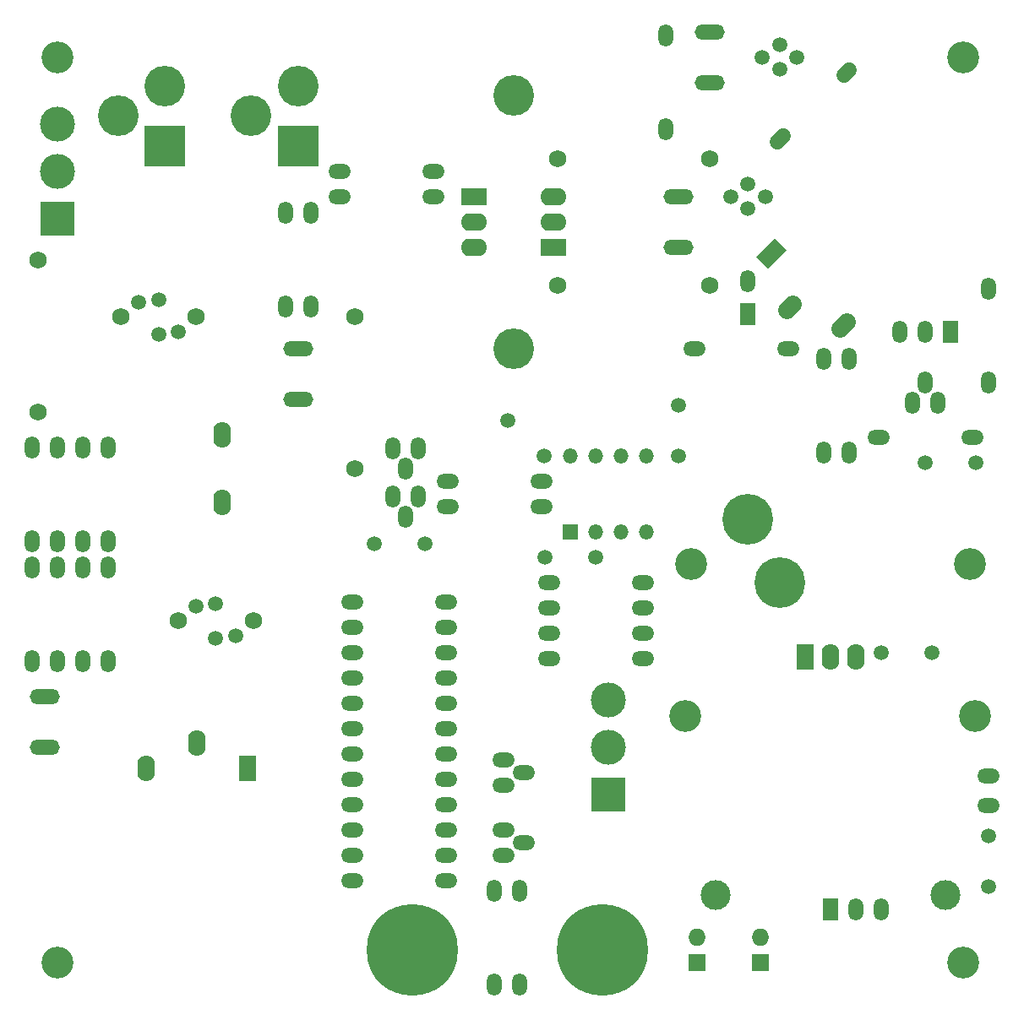
<source format=gbs>
G04 (created by PCBNEW (2013-07-07 BZR 4022)-stable) date 7/6/2014 5:52:28 PM*
%MOIN*%
G04 Gerber Fmt 3.4, Leading zero omitted, Abs format*
%FSLAX34Y34*%
G01*
G70*
G90*
G04 APERTURE LIST*
%ADD10C,0.00590551*%
%ADD11C,0.069*%
%ADD12O,0.069X0.1035*%
%ADD13R,0.069X0.1035*%
%ADD14O,0.059X0.0885*%
%ADD15R,0.1035X0.069*%
%ADD16O,0.1035X0.069*%
%ADD17C,0.059*%
%ADD18O,0.0885X0.059*%
%ADD19R,0.137795X0.137795*%
%ADD20C,0.137795*%
%ADD21C,0.125984*%
%ADD22C,0.11811*%
%ADD23R,0.059X0.059*%
%ADD24O,0.059X0.059*%
%ADD25C,0.059*%
%ADD26R,0.16X0.16*%
%ADD27C,0.16*%
%ADD28R,0.059X0.0885*%
%ADD29C,0.36*%
%ADD30O,0.118X0.059*%
%ADD31C,0.069*%
%ADD32R,0.069X0.069*%
%ADD33O,0.069X0.069*%
%ADD34C,0.2*%
G04 APERTURE END LIST*
G54D10*
G54D11*
X79763Y-50986D02*
X80007Y-50742D01*
G54D10*
G36*
X79056Y-49353D02*
X78568Y-48865D01*
X79300Y-48133D01*
X79788Y-48621D01*
X79056Y-49353D01*
X79056Y-49353D01*
G37*
G54D11*
X81884Y-51693D02*
X82128Y-51449D01*
G54D12*
X56500Y-68077D03*
G54D13*
X58500Y-69077D03*
G54D12*
X54500Y-69077D03*
G54D14*
X65250Y-56452D03*
X64750Y-57247D03*
X64250Y-56452D03*
X65250Y-58352D03*
X64750Y-59147D03*
X64250Y-58352D03*
G54D15*
X67427Y-46500D03*
G54D16*
X67427Y-47500D03*
X67427Y-48500D03*
G54D15*
X70572Y-48500D03*
G54D16*
X70572Y-47500D03*
X70572Y-46500D03*
G54D17*
X82250Y-41500D02*
X82041Y-41708D01*
X79630Y-44119D02*
X79421Y-44328D01*
G54D18*
X62647Y-71500D03*
X66352Y-71500D03*
X62647Y-70500D03*
X66352Y-70500D03*
X62647Y-65500D03*
X66352Y-65500D03*
X62647Y-66500D03*
X66352Y-66500D03*
X62647Y-69500D03*
X66352Y-69500D03*
X62647Y-68500D03*
X66352Y-68500D03*
X62647Y-67500D03*
X66352Y-67500D03*
G54D14*
X75000Y-43852D03*
X75000Y-40147D03*
X51000Y-61147D03*
X51000Y-64852D03*
X81250Y-56602D03*
X81250Y-52897D03*
G54D18*
X66352Y-73500D03*
X62647Y-73500D03*
G54D14*
X50000Y-56397D03*
X50000Y-60102D03*
X51000Y-56397D03*
X51000Y-60102D03*
X52000Y-56397D03*
X52000Y-60102D03*
X53000Y-56397D03*
X53000Y-60102D03*
X50000Y-61147D03*
X50000Y-64852D03*
G54D18*
X70397Y-63750D03*
X74102Y-63750D03*
X74102Y-61750D03*
X70397Y-61750D03*
X66397Y-57750D03*
X70102Y-57750D03*
X66397Y-58750D03*
X70102Y-58750D03*
X62147Y-45500D03*
X65852Y-45500D03*
X70397Y-62750D03*
X74102Y-62750D03*
G54D14*
X60000Y-50852D03*
X60000Y-47147D03*
X61000Y-50852D03*
X61000Y-47147D03*
G54D18*
X62147Y-46500D03*
X65852Y-46500D03*
X62647Y-62500D03*
X66352Y-62500D03*
X62647Y-63500D03*
X66352Y-63500D03*
G54D14*
X82250Y-56602D03*
X82250Y-52897D03*
X87750Y-50147D03*
X87750Y-53852D03*
G54D18*
X87102Y-56000D03*
X83397Y-56000D03*
X62647Y-64500D03*
X66352Y-64500D03*
X70397Y-64750D03*
X74102Y-64750D03*
G54D19*
X51000Y-47370D03*
G54D20*
X51000Y-45500D03*
X51000Y-43629D03*
G54D19*
X72750Y-70120D03*
G54D20*
X72750Y-68250D03*
X72750Y-66379D03*
G54D21*
X51000Y-76750D03*
X51000Y-41000D03*
X86750Y-41000D03*
X86750Y-76750D03*
X75791Y-67000D03*
X87208Y-67000D03*
G54D18*
X87749Y-69362D03*
G54D22*
X76972Y-74086D03*
G54D18*
X87749Y-70543D03*
G54D22*
X86027Y-74086D03*
G54D23*
X71250Y-59750D03*
G54D24*
X72250Y-59750D03*
X73250Y-59750D03*
X74250Y-59750D03*
X74250Y-56750D03*
X73250Y-56750D03*
X71250Y-56750D03*
X72250Y-56750D03*
G54D25*
X87750Y-71750D03*
X87750Y-73750D03*
X83500Y-64500D03*
X85500Y-64500D03*
X65500Y-60200D03*
X63500Y-60200D03*
X70207Y-56757D03*
X68792Y-55342D03*
G54D26*
X60500Y-44500D03*
G54D27*
X60500Y-42150D03*
X58650Y-43300D03*
G54D26*
X55250Y-44500D03*
G54D27*
X55250Y-42150D03*
X53400Y-43300D03*
G54D14*
X82500Y-74647D03*
X83500Y-74647D03*
G54D28*
X81500Y-74647D03*
G54D14*
X85250Y-51852D03*
X84250Y-51852D03*
G54D28*
X86250Y-51852D03*
G54D29*
X65000Y-76250D03*
X72500Y-76250D03*
G54D27*
X69000Y-42500D03*
X69000Y-52500D03*
G54D12*
X57500Y-58577D03*
X57500Y-55922D03*
G54D30*
X50500Y-66250D03*
X50500Y-68250D03*
X60500Y-52500D03*
X60500Y-54500D03*
X76750Y-40000D03*
X76750Y-42000D03*
X75500Y-46500D03*
X75500Y-48500D03*
G54D31*
X50250Y-49000D03*
X50250Y-55000D03*
X70750Y-45000D03*
X76750Y-45000D03*
X70750Y-50000D03*
X76750Y-50000D03*
X62750Y-51250D03*
X62750Y-57250D03*
G54D18*
X68602Y-71500D03*
X69397Y-72000D03*
X68602Y-72500D03*
X68602Y-68750D03*
X69397Y-69250D03*
X68602Y-69750D03*
G54D14*
X68250Y-77602D03*
X68250Y-73897D03*
X69250Y-77602D03*
X69250Y-73897D03*
X52000Y-61147D03*
X52000Y-64852D03*
X53000Y-61147D03*
X53000Y-64852D03*
X84750Y-54647D03*
X85250Y-53852D03*
X85750Y-54647D03*
G54D25*
X55787Y-51840D03*
X54212Y-50659D03*
G54D31*
X56476Y-51250D03*
X53523Y-51250D03*
G54D25*
X55000Y-51938D03*
X55000Y-50561D03*
X78250Y-46992D03*
X77561Y-46500D03*
X78938Y-46500D03*
X78250Y-46007D03*
X79500Y-41492D03*
X78811Y-41000D03*
X80188Y-41000D03*
X79500Y-40507D03*
G54D28*
X78250Y-51147D03*
G54D14*
X78250Y-49852D03*
G54D32*
X78750Y-76750D03*
G54D33*
X78750Y-75750D03*
G54D32*
X76250Y-76750D03*
G54D33*
X76250Y-75750D03*
G54D25*
X56462Y-62659D03*
X58037Y-63840D03*
G54D31*
X55773Y-63250D03*
X58726Y-63250D03*
G54D25*
X57250Y-62561D03*
X57250Y-63938D03*
G54D18*
X66352Y-72500D03*
X62647Y-72500D03*
X76147Y-52500D03*
X79852Y-52500D03*
G54D25*
X75500Y-56750D03*
X75500Y-54750D03*
X72250Y-60750D03*
X70250Y-60750D03*
X87250Y-57000D03*
X85250Y-57000D03*
G54D21*
X76000Y-61000D03*
X87000Y-61000D03*
G54D13*
X80500Y-64672D03*
G54D12*
X81500Y-64672D03*
X82500Y-64672D03*
G54D34*
X79500Y-61750D03*
X78250Y-59250D03*
M02*

</source>
